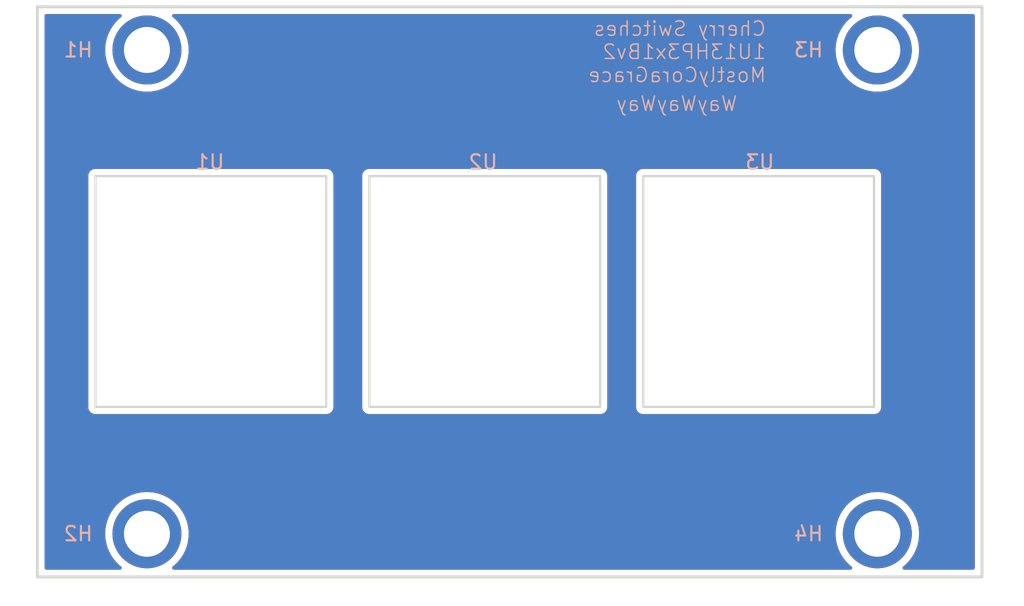
<source format=kicad_pcb>
(kicad_pcb (version 20241229) (generator "pcbnew") (generator_version "9.0")
  (layers (0 "F.Cu" signal) (2 "B.Cu" signal) (13 "F.Paste" user) (15 "B.Paste" user) (5 "F.SilkS" user "F.Silkscreen") (7 "B.SilkS" user "B.Silkscreen") (1 "F.Mask" user) (3 "B.Mask" user) (25 "Edge.Cuts" user))
  (net 0 "")
  (footprint "EXC:MountingHole_3.2mm_M3" (layer "F.Cu") (at 7.62 39.075)
    (property "Reference" "H2" (at -3.683 0 0) (layer "B.SilkS") (effects (justify left mirror)))
    (property "Value" "Eurorack_M3_MountingHole")
    (pad "" thru_hole circle (at 0 0) (size 4.8 4.8) (drill 3.2) (layers "*.Cu" "*.Mask"))
  )
  (footprint "EXC:MountingHole_3.2mm_M3" (layer "F.Cu") (at 7.62 5.425)
    (property "Reference" "H1" (at -3.683 0 0) (layer "B.SilkS") (effects (justify left mirror)))
    (property "Value" "Eurorack_M3_MountingHole")
    (pad "" thru_hole circle (at 0 0) (size 4.8 4.8) (drill 3.2) (layers "*.Cu" "*.Mask"))
  )
  (footprint "EXC:MountingHole_3.2mm_M3" (layer "F.Cu") (at 58.42 39.075)
    (property "Reference" "H4" (at -3.683 0 0) (layer "B.SilkS") (effects (justify left mirror)))
    (property "Value" "Eurorack_M3_MountingHole")
    (pad "" thru_hole circle (at 0 0) (size 4.8 4.8) (drill 3.2) (layers "*.Cu" "*.Mask"))
  )
  (footprint "EXC:SW_Cherry_MX_1.00u_Clearance" (layer "F.Cu") (at 31.115 22.225)
    (property "Reference" "U2" (at -0.115 -9 0) (layer "B.SilkS") (effects (justify mirror)))
    (property "Value" "~")
    (fp_rect (start -8.025 -8.025) (end 8.025 8.025) (stroke (width 0.15)) (fill no) (layer "Edge.Cuts"))
  )
  (footprint "EXC:SW_Cherry_MX_1.00u_Clearance" (layer "F.Cu") (at 50.165 22.225)
    (property "Reference" "U3" (at 0.085 -9 0) (layer "B.SilkS") (effects (justify mirror)))
    (property "Value" "~")
    (fp_rect (start -8.025 -8.025) (end 8.025 8.025) (stroke (width 0.15)) (fill no) (layer "Edge.Cuts"))
  )
  (footprint "EXC:MountingHole_3.2mm_M3" (layer "F.Cu") (at 58.42 5.425)
    (property "Reference" "H3" (at -3.683 0 0) (layer "B.SilkS") (effects (justify left mirror)))
    (property "Value" "Eurorack_M3_MountingHole")
    (pad "" thru_hole circle (at 0 0) (size 4.8 4.8) (drill 3.2) (layers "*.Cu" "*.Mask"))
  )
  (footprint "EXC:SW_Cherry_MX_1.00u_Clearance" (layer "F.Cu") (at 12.065 22.225)
    (property "Reference" "U1" (at -0.065 -9 0) (layer "B.SilkS") (effects (justify mirror)))
    (property "Value" "~")
    (fp_rect (start -8.025 -8.025) (end 8.025 8.025) (stroke (width 0.15)) (fill no) (layer "Edge.Cuts"))
  )
  (gr_rect (start 0 2.425) (end 65.7 42.075) (stroke (width 0.2)) (fill no) (layer "Edge.Cuts"))
  (gr_text "Cherry Switches\n1U13HP3x1Bv2\nMostlyCoraGrace" (at 50.75 7.75 0) (layer "B.SilkS") (effects (font (size 1 1) (thickness 0.1)) (justify left bottom mirror)))
  (gr_text "WayWayWay" (at 48.75 9.75 0) (layer "B.SilkS") (effects (font (size 1 1) (thickness 0.1)) (justify left bottom mirror)))
  (zone (net 0) (net_name "") (layers "F.Cu" "B.Cu") (connect_pads (clearance 0.5)) (min_thickness 0.25) (fill yes (thermal_gap 0.5) (thermal_bridge_width 0.5) (island_removal_mode 1) (island_area_min 10))
    (polygon (pts (xy 0 2.5) (xy 65.75 2.425) (xy 65.75 42) (xy 0 42)))
  )
)
</source>
